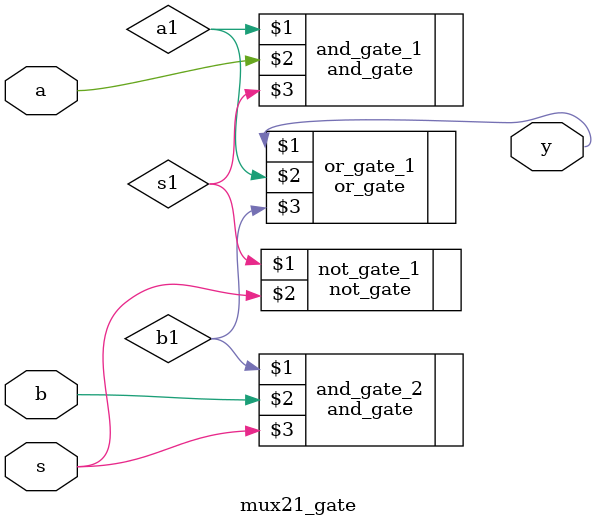
<source format=v>
module mux21_gate(y,s,a,b);
input s,a,b;
wire s1,a1,b1;
output y;

not_gate not_gate_1 (s1,s);
and_gate and_gate_1(a1,a,s1);
and_gate and_gate_2(b1,b,s);
or_gate or_gate_1(y,a1,b1);


endmodule


</source>
